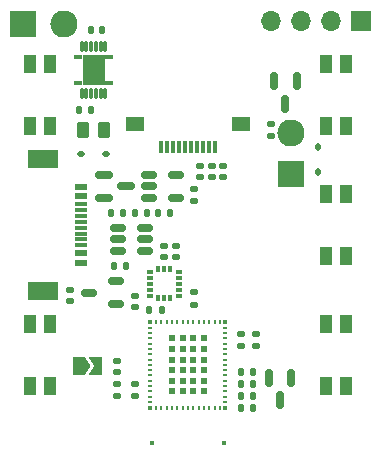
<source format=gbr>
%TF.GenerationSoftware,KiCad,Pcbnew,7.0.1*%
%TF.CreationDate,2024-08-17T13:05:24+01:00*%
%TF.ProjectId,Hardware,48617264-7761-4726-952e-6b696361645f,rev?*%
%TF.SameCoordinates,Original*%
%TF.FileFunction,Soldermask,Bot*%
%TF.FilePolarity,Negative*%
%FSLAX46Y46*%
G04 Gerber Fmt 4.6, Leading zero omitted, Abs format (unit mm)*
G04 Created by KiCad (PCBNEW 7.0.1) date 2024-08-17 13:05:24*
%MOMM*%
%LPD*%
G01*
G04 APERTURE LIST*
G04 Aperture macros list*
%AMRoundRect*
0 Rectangle with rounded corners*
0 $1 Rounding radius*
0 $2 $3 $4 $5 $6 $7 $8 $9 X,Y pos of 4 corners*
0 Add a 4 corners polygon primitive as box body*
4,1,4,$2,$3,$4,$5,$6,$7,$8,$9,$2,$3,0*
0 Add four circle primitives for the rounded corners*
1,1,$1+$1,$2,$3*
1,1,$1+$1,$4,$5*
1,1,$1+$1,$6,$7*
1,1,$1+$1,$8,$9*
0 Add four rect primitives between the rounded corners*
20,1,$1+$1,$2,$3,$4,$5,0*
20,1,$1+$1,$4,$5,$6,$7,0*
20,1,$1+$1,$6,$7,$8,$9,0*
20,1,$1+$1,$8,$9,$2,$3,0*%
%AMFreePoly0*
4,1,6,1.000000,0.000000,0.500000,-0.750000,-0.500000,-0.750000,-0.500000,0.750000,0.500000,0.750000,1.000000,0.000000,1.000000,0.000000,$1*%
%AMFreePoly1*
4,1,6,0.500000,-0.750000,-0.650000,-0.750000,-0.150000,0.000000,-0.650000,0.750000,0.500000,0.750000,0.500000,-0.750000,0.500000,-0.750000,$1*%
G04 Aperture macros list end*
%ADD10FreePoly0,0.000000*%
%ADD11FreePoly1,0.000000*%
%ADD12RoundRect,0.135000X0.135000X0.185000X-0.135000X0.185000X-0.135000X-0.185000X0.135000X-0.185000X0*%
%ADD13R,1.000000X0.600000*%
%ADD14R,1.000000X0.300000*%
%ADD15R,2.600000X1.550000*%
%ADD16RoundRect,0.140000X-0.140000X-0.170000X0.140000X-0.170000X0.140000X0.170000X-0.140000X0.170000X0*%
%ADD17RoundRect,0.140000X-0.170000X0.140000X-0.170000X-0.140000X0.170000X-0.140000X0.170000X0.140000X0*%
%ADD18RoundRect,0.135000X0.185000X-0.135000X0.185000X0.135000X-0.185000X0.135000X-0.185000X-0.135000X0*%
%ADD19R,2.300000X2.300000*%
%ADD20O,2.300000X2.300000*%
%ADD21RoundRect,0.112500X0.112500X-0.187500X0.112500X0.187500X-0.112500X0.187500X-0.112500X-0.187500X0*%
%ADD22RoundRect,0.135000X-0.135000X-0.185000X0.135000X-0.185000X0.135000X0.185000X-0.135000X0.185000X0*%
%ADD23RoundRect,0.140000X0.170000X-0.140000X0.170000X0.140000X-0.170000X0.140000X-0.170000X-0.140000X0*%
%ADD24R,1.000000X1.550000*%
%ADD25RoundRect,0.150000X-0.512500X-0.150000X0.512500X-0.150000X0.512500X0.150000X-0.512500X0.150000X0*%
%ADD26RoundRect,0.250000X-0.262500X-0.450000X0.262500X-0.450000X0.262500X0.450000X-0.262500X0.450000X0*%
%ADD27R,0.300000X1.000000*%
%ADD28R,1.650000X1.300000*%
%ADD29RoundRect,0.135000X-0.185000X0.135000X-0.185000X-0.135000X0.185000X-0.135000X0.185000X0.135000X0*%
%ADD30RoundRect,0.087500X0.187500X0.087500X-0.187500X0.087500X-0.187500X-0.087500X0.187500X-0.087500X0*%
%ADD31RoundRect,0.087500X0.087500X0.187500X-0.087500X0.187500X-0.087500X-0.187500X0.087500X-0.187500X0*%
%ADD32RoundRect,0.150000X-0.150000X0.587500X-0.150000X-0.587500X0.150000X-0.587500X0.150000X0.587500X0*%
%ADD33R,0.300000X0.300000*%
%ADD34R,0.350000X0.250000*%
%ADD35R,0.250000X0.350000*%
%ADD36R,0.600000X0.600000*%
%ADD37R,0.430000X0.430000*%
%ADD38RoundRect,0.140000X0.140000X0.170000X-0.140000X0.170000X-0.140000X-0.170000X0.140000X-0.170000X0*%
%ADD39R,1.700000X1.700000*%
%ADD40O,1.700000X1.700000*%
%ADD41RoundRect,0.050000X-0.100000X0.100000X-0.100000X-0.100000X0.100000X-0.100000X0.100000X0.100000X0*%
%ADD42O,0.300000X0.950000*%
%ADD43R,0.575000X0.400000*%
%ADD44R,0.675000X0.400000*%
%ADD45R,1.950000X2.600000*%
%ADD46RoundRect,0.112500X0.187500X0.112500X-0.187500X0.112500X-0.187500X-0.112500X0.187500X-0.112500X0*%
%ADD47RoundRect,0.150000X-0.587500X-0.150000X0.587500X-0.150000X0.587500X0.150000X-0.587500X0.150000X0*%
%ADD48RoundRect,0.150000X0.512500X0.150000X-0.512500X0.150000X-0.512500X-0.150000X0.512500X-0.150000X0*%
G04 APERTURE END LIST*
D10*
%TO.C,JP1*%
X104025000Y-99000000D03*
D11*
X105475000Y-99000000D03*
%TD*%
D12*
%TO.C,R10*%
X109760000Y-86000000D03*
X108740000Y-86000000D03*
%TD*%
D13*
%TO.C,J1*%
X104220000Y-90210000D03*
X104220000Y-89410000D03*
D14*
X104220000Y-88250000D03*
X104220000Y-87250000D03*
X104220000Y-86750000D03*
X104220000Y-85750000D03*
D13*
X104220000Y-84590000D03*
X104220000Y-83790000D03*
X104220000Y-83790000D03*
X104220000Y-84590000D03*
D14*
X104220000Y-85250000D03*
X104220000Y-86250000D03*
X104220000Y-87750000D03*
X104220000Y-88750000D03*
D13*
X104220000Y-89410000D03*
X104220000Y-90210000D03*
D15*
X101000000Y-92600000D03*
X101000000Y-81400000D03*
%TD*%
D16*
%TO.C,C4*%
X117770000Y-102500000D03*
X118730000Y-102500000D03*
%TD*%
D17*
%TO.C,C7*%
X114250000Y-82020000D03*
X114250000Y-82980000D03*
%TD*%
D18*
%TO.C,R7*%
X108750000Y-101510000D03*
X108750000Y-100490000D03*
%TD*%
D19*
%TO.C,J3*%
X99250000Y-70000000D03*
D20*
X102750000Y-70000000D03*
%TD*%
D21*
%TO.C,D4*%
X124250000Y-82550000D03*
X124250000Y-80450000D03*
%TD*%
D22*
%TO.C,R13*%
X109990000Y-94250000D03*
X111010000Y-94250000D03*
%TD*%
D23*
%TO.C,C11*%
X111250000Y-89730000D03*
X111250000Y-88770000D03*
%TD*%
D19*
%TO.C,J5*%
X122000000Y-82750000D03*
D20*
X122000000Y-79250000D03*
%TD*%
D24*
%TO.C,SW2*%
X99900000Y-95375000D03*
X99900000Y-100625000D03*
X101600000Y-95375000D03*
X101600000Y-100625000D03*
%TD*%
D23*
%TO.C,C12*%
X112250000Y-89730000D03*
X112250000Y-88770000D03*
%TD*%
D24*
%TO.C,SW4*%
X126600000Y-89625000D03*
X126600000Y-84375000D03*
X124900000Y-89625000D03*
X124900000Y-84375000D03*
%TD*%
D25*
%TO.C,U1*%
X107362500Y-89200000D03*
X107362500Y-88250000D03*
X107362500Y-87300000D03*
X109637500Y-87300000D03*
X109637500Y-88250000D03*
X109637500Y-89200000D03*
%TD*%
D17*
%TO.C,C9*%
X116250000Y-82020000D03*
X116250000Y-82980000D03*
%TD*%
D26*
%TO.C,R3*%
X104337500Y-79000000D03*
X106162500Y-79000000D03*
%TD*%
D25*
%TO.C,U4*%
X109975000Y-84700000D03*
X109975000Y-83750000D03*
X109975000Y-82800000D03*
X112250000Y-82800000D03*
X112250000Y-84700000D03*
%TD*%
D27*
%TO.C,J4*%
X111000000Y-80400000D03*
X111500000Y-80400000D03*
X112000000Y-80400000D03*
X112500000Y-80400000D03*
X113000000Y-80400000D03*
X113500000Y-80400000D03*
X114000000Y-80400000D03*
X114500000Y-80400000D03*
X115000000Y-80400000D03*
X115500000Y-80400000D03*
D28*
X108725000Y-78500000D03*
X117775000Y-78500000D03*
%TD*%
D18*
%TO.C,R8*%
X107250000Y-101510000D03*
X107250000Y-100490000D03*
%TD*%
D12*
%TO.C,R6*%
X105010000Y-77250000D03*
X103990000Y-77250000D03*
%TD*%
D29*
%TO.C,R4*%
X117750000Y-96240000D03*
X117750000Y-97260000D03*
%TD*%
D30*
%TO.C,U5*%
X112475000Y-91000000D03*
X112475000Y-91500000D03*
X112475000Y-92000000D03*
X112475000Y-92500000D03*
X112475000Y-93000000D03*
D31*
X111750000Y-93225000D03*
X111250000Y-93225000D03*
X110750000Y-93225000D03*
D30*
X110025000Y-93000000D03*
X110025000Y-92500000D03*
X110025000Y-92000000D03*
X110025000Y-91500000D03*
X110025000Y-91000000D03*
D31*
X110750000Y-90775000D03*
X111250000Y-90775000D03*
X111750000Y-90775000D03*
%TD*%
D32*
%TO.C,Q3*%
X120550000Y-74875000D03*
X122450000Y-74875000D03*
X121500000Y-76750000D03*
%TD*%
D33*
%TO.C,U2*%
X110070000Y-102500000D03*
D34*
X110070000Y-102020000D03*
X110070000Y-101570000D03*
X110070000Y-101120000D03*
X110070000Y-100670000D03*
X110070000Y-100220000D03*
X110070000Y-99770000D03*
X110070000Y-99320000D03*
X110070000Y-98870000D03*
X110070000Y-98420000D03*
X110070000Y-97970000D03*
X110070000Y-97520000D03*
X110070000Y-97070000D03*
X110070000Y-96620000D03*
X110070000Y-96170000D03*
X110070000Y-95720000D03*
D33*
X110070000Y-95250000D03*
D35*
X110550000Y-95250000D03*
X111000000Y-95250000D03*
X111450000Y-95250000D03*
X111900000Y-95250000D03*
X112350000Y-95250000D03*
X112800000Y-95250000D03*
X113250000Y-95250000D03*
X113700000Y-95250000D03*
X114150000Y-95250000D03*
X114600000Y-95250000D03*
X115050000Y-95250000D03*
X115500000Y-95250000D03*
X115950000Y-95250000D03*
D33*
X116420000Y-95250000D03*
D34*
X116420000Y-95720000D03*
X116420000Y-96170000D03*
X116420000Y-96620000D03*
X116420000Y-97070000D03*
X116420000Y-97520000D03*
X116420000Y-97970000D03*
X116420000Y-98420000D03*
X116420000Y-98870000D03*
X116420000Y-99320000D03*
X116420000Y-99770000D03*
X116420000Y-100220000D03*
X116420000Y-100670000D03*
X116420000Y-101120000D03*
X116420000Y-101570000D03*
X116420000Y-102020000D03*
D33*
X116420000Y-102500000D03*
D35*
X115950000Y-102500000D03*
X115500000Y-102500000D03*
X115050000Y-102500000D03*
X114600000Y-102500000D03*
X114150000Y-102500000D03*
X113700000Y-102500000D03*
X113250000Y-102500000D03*
X112800000Y-102500000D03*
X112350000Y-102500000D03*
X111900000Y-102500000D03*
X111450000Y-102500000D03*
X111000000Y-102500000D03*
X110550000Y-102500000D03*
D36*
X111900000Y-101120000D03*
X111900000Y-100220000D03*
X111900000Y-99320000D03*
X111900000Y-98420000D03*
X111900000Y-97520000D03*
X111900000Y-96620000D03*
X112800000Y-96620000D03*
X113700000Y-96620000D03*
X114600000Y-96620000D03*
X114600000Y-97520000D03*
X114600000Y-98420000D03*
X114600000Y-99320000D03*
X114600000Y-100220000D03*
X114600000Y-101120000D03*
X113700000Y-101120000D03*
X112800000Y-101120000D03*
X112800000Y-100220000D03*
X112800000Y-99320000D03*
X112800000Y-98420000D03*
X112800000Y-97520000D03*
X113700000Y-97520000D03*
X113700000Y-98420000D03*
X113700000Y-99320000D03*
X113700000Y-100220000D03*
D37*
X110200000Y-105450000D03*
X116300000Y-105450000D03*
%TD*%
D12*
%TO.C,R12*%
X118760000Y-99500000D03*
X117740000Y-99500000D03*
%TD*%
D17*
%TO.C,C10*%
X103250000Y-92520000D03*
X103250000Y-93480000D03*
%TD*%
D29*
%TO.C,R15*%
X120250000Y-78490000D03*
X120250000Y-79510000D03*
%TD*%
D23*
%TO.C,C13*%
X108750000Y-93980000D03*
X108750000Y-93020000D03*
%TD*%
D24*
%TO.C,SW3*%
X126600000Y-78625000D03*
X126600000Y-73375000D03*
X124900000Y-78625000D03*
X124900000Y-73375000D03*
%TD*%
D32*
%TO.C,Q2*%
X120100000Y-100000000D03*
X122000000Y-100000000D03*
X121050000Y-101875000D03*
%TD*%
D29*
%TO.C,R5*%
X119000000Y-96240000D03*
X119000000Y-97260000D03*
%TD*%
D17*
%TO.C,C8*%
X115250000Y-82020000D03*
X115250000Y-82980000D03*
%TD*%
D38*
%TO.C,C5*%
X105980000Y-70500000D03*
X105020000Y-70500000D03*
%TD*%
D22*
%TO.C,R1*%
X106740000Y-86000000D03*
X107760000Y-86000000D03*
%TD*%
D17*
%TO.C,C6*%
X113750000Y-84020000D03*
X113750000Y-84980000D03*
%TD*%
D39*
%TO.C,J2*%
X127920000Y-69750000D03*
D40*
X125380000Y-69750000D03*
X122840000Y-69750000D03*
X120300000Y-69750000D03*
%TD*%
D16*
%TO.C,C3*%
X117770000Y-101500000D03*
X118730000Y-101500000D03*
%TD*%
D41*
%TO.C,U3*%
X104250000Y-71600000D03*
D42*
X104250000Y-71925000D03*
D41*
X104650000Y-71600000D03*
D42*
X104650000Y-71925000D03*
D41*
X105050000Y-71600000D03*
D42*
X105050000Y-71925000D03*
D41*
X105450000Y-71600000D03*
D42*
X105450000Y-71925000D03*
D41*
X105850000Y-71600000D03*
D42*
X105850000Y-71925000D03*
D41*
X106250000Y-71600000D03*
D42*
X106250000Y-71925000D03*
X106250000Y-75875000D03*
D41*
X106250000Y-76200000D03*
D42*
X105850000Y-75875000D03*
D41*
X105850000Y-76200000D03*
D42*
X105450000Y-75875000D03*
D41*
X105450000Y-76200000D03*
D42*
X105050000Y-75875000D03*
D41*
X105050000Y-76200000D03*
D42*
X104650000Y-75875000D03*
D41*
X104650000Y-76200000D03*
D42*
X104250000Y-75875000D03*
D41*
X104250000Y-76200000D03*
D43*
X106615000Y-72800000D03*
D44*
X106562500Y-72800000D03*
X103937500Y-72800000D03*
D43*
X103885000Y-72800000D03*
D45*
X105250000Y-73900000D03*
X105250000Y-73900000D03*
D43*
X106615000Y-75000000D03*
D44*
X106562500Y-75000000D03*
X103937500Y-75000000D03*
D43*
X103885000Y-75000000D03*
%TD*%
D46*
%TO.C,D1*%
X106300000Y-81000000D03*
X104200000Y-81000000D03*
%TD*%
D47*
%TO.C,Q1*%
X106125000Y-84700000D03*
X106125000Y-82800000D03*
X108000000Y-83750000D03*
%TD*%
D22*
%TO.C,R9*%
X110740000Y-86000000D03*
X111760000Y-86000000D03*
%TD*%
D24*
%TO.C,SW1*%
X99900000Y-73375000D03*
X99900000Y-78625000D03*
X101600000Y-73375000D03*
X101600000Y-78625000D03*
%TD*%
D48*
%TO.C,U6*%
X107137500Y-91800000D03*
X107137500Y-93700000D03*
X104862500Y-92750000D03*
%TD*%
D16*
%TO.C,C2*%
X117770000Y-100500000D03*
X118730000Y-100500000D03*
%TD*%
D24*
%TO.C,SW5*%
X126600000Y-100625000D03*
X126600000Y-95375000D03*
X124900000Y-100625000D03*
X124900000Y-95375000D03*
%TD*%
D22*
%TO.C,R2*%
X106990000Y-90500000D03*
X108010000Y-90500000D03*
%TD*%
D17*
%TO.C,C1*%
X107250000Y-98520000D03*
X107250000Y-99480000D03*
%TD*%
D29*
%TO.C,R14*%
X113750000Y-92740000D03*
X113750000Y-93760000D03*
%TD*%
M02*

</source>
